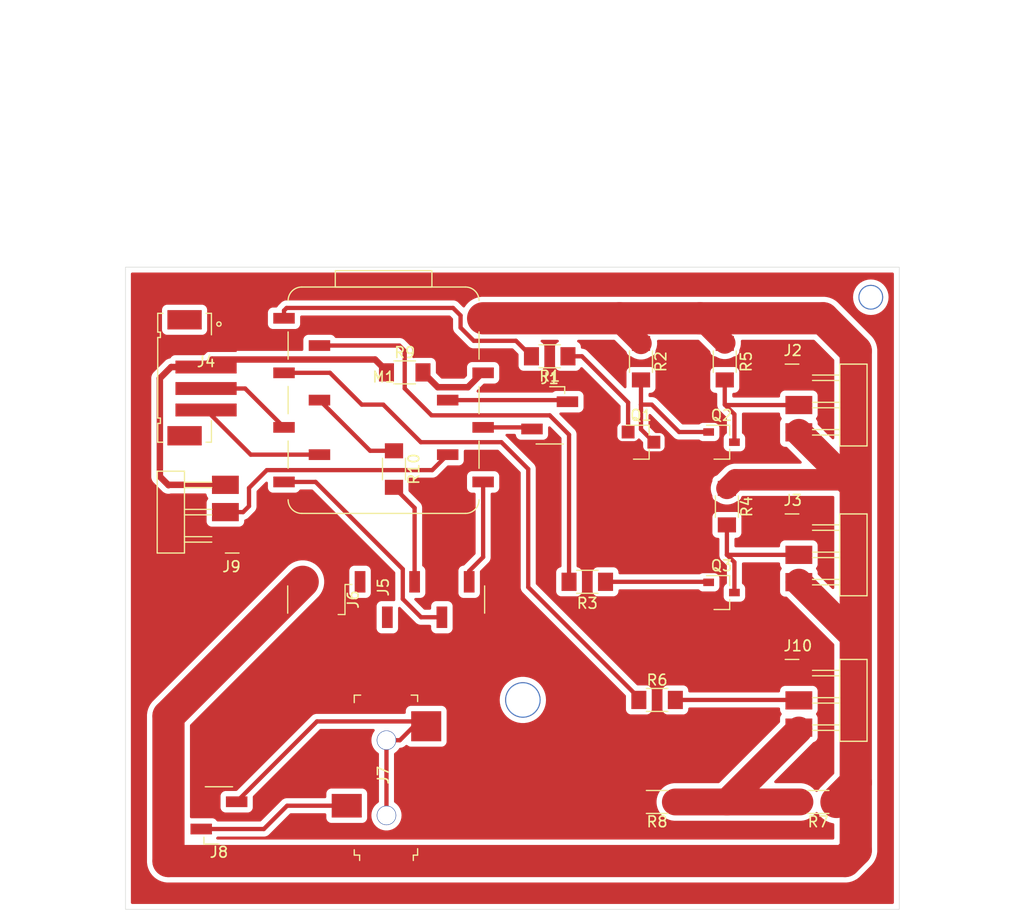
<source format=kicad_pcb>
(kicad_pcb (version 20240108) (generator "pcbnew") (generator_version "8.0")
  (layers (0 "F.Cu" signal) (31 "B.Cu" signal) (34 "B.Paste" user) (35 "F.Paste" user) (36 "B.SilkS" user "B.Silkscreen") (37 "F.SilkS" user "F.Silkscreen") (38 "B.Mask" user) (39 "F.Mask" user) (44 "Edge.Cuts" user))
  (net 0 "")
  (net 1 "PWR_5V")
  (net 2 "D10")
  (net 3 "D9")
  (net 4 "PWR_GND")
  (net 5 "LED_DIN1")
  (net 6 "LED_DIN2")
  (net 7 "SDA")
  (net 8 "SCL")
  (net 9 "PWR_3V3")
  (net 12 "BCLK")
  (net 13 "LRC")
  (net 14 "AMP_DIN")
  (net 15 "TIP")
  (net 16 "RING")
  (net 17 "Net-(J10-Pin_3)")
  (net 18 "Net-(J10-Pin_2)")
  (net 19 "LED_DIN4")
  (net 20 "LED3")
  (net 21 "LED2")
  (net 22 "LED1")
  (net 23 "Net-(Q1-G)")
  (net 24 "Net-(Q1-D)")
  (net 25 "Net-(Q3-G)")
  (footprint "fab:MountingHole_M3" (layer "F.Cu") (at 76 78)
    (property "Reference" "H3" (hide yes))
    (property "Value" "MountingHole_M3" (hide yes))
    (pad "" thru_hole circle (at 0 0) (size 3.3 3.3) (drill 3.1) (layers "*.Cu" "*.Mask"))
  )
  (footprint "fab:R_1206" (layer "F.Cu") (at 65 47.5)
    (property "Reference" "R9" (at 0 -1.85 0) (layer "F.SilkS"))
    (property "Value" "R_1206_0")
    (fp_line (start -1 -1.07) (end 1 -1.07) (stroke (width 0.12)) (layer "F.SilkS"))
    (fp_line (start 1 1.07) (end -1 1.07) (stroke (width 0.12)) (layer "F.SilkS"))
    (pad "1" smd rect (at -1.7 0) (size 1.4 1.7) (layers "F.Cu" "F.Paste" "F.Mask") (net 9 "PWR_3V3"))
    (pad "2" smd rect (at 1.7 0) (size 1.4 1.7) (layers "F.Cu" "F.Paste" "F.Mask") (net 9 "PWR_3V3"))
  )
  (footprint "fab:R_1206" (layer "F.Cu") (at 103.5 87.5 180)
    (property "Reference" "R7" (at 0 -1.85 180) (layer "F.SilkS"))
    (property "Value" "R_1206_500")
    (fp_line (start 1 1.07) (end -1 1.07) (stroke (width 0.12)) (layer "F.SilkS"))
    (fp_line (start -1 -1.07) (end 1 -1.07) (stroke (width 0.12)) (layer "F.SilkS"))
    (pad "1" smd rect (at -1.7 0 180) (size 1.4 1.7) (layers "F.Cu" "F.Paste" "F.Mask") (net 1 "PWR_5V"))
    (pad "2" smd rect (at 1.7 0 180) (size 1.4 1.7) (layers "F.Cu" "F.Paste" "F.Mask") (net 17 "Net-(J10-Pin_3)"))
  )
  (footprint "fab:PinSocket_1x02_P2.54mm_Vertical_SMD" (layer "F.Cu") (at 47.7 88.75 180)
    (property "Reference" "J8" (at 0 -3.429 180) (layer "F.SilkS"))
    (property "Value" "Conn_PinSocket_1x02_P2.54mm_Vertical_SMD")
    (fp_line (start 1.397 -2.032) (end 1.397 -2.667) (stroke (width 0.12)) (layer "F.SilkS"))
    (fp_line (start 1.397 -2.667) (end 0 -2.667) (stroke (width 0.12)) (layer "F.SilkS"))
    (fp_line (start -1.27 2.667) (end 1.27 2.667) (stroke (width 0.12)) (layer "F.SilkS"))
    (pad "1" smd rect (at 1.65 -1.27 180) (size 2 1) (layers "F.Cu" "F.Paste" "F.Mask") (net 16 "RING"))
    (pad "2" smd rect (at -1.65 1.27 180) (size 2 1) (layers "F.Cu" "F.Paste" "F.Mask") (net 15 "TIP"))
  )
  (footprint "fab:SOT-23-3" (layer "F.Cu") (at 94.5 68)
    (property "Reference" "Q3" (at 0 -2.5 0) (layer "F.SilkS"))
    (property "Value" "Transistor_MOSFET_NCh_SOT23")
    (fp_line (start 0.76 -1.58) (end -1.4 -1.58) (stroke (width 0.12)) (layer "F.SilkS"))
    (fp_line (start 0.76 -1.58) (end 0.76 -0.65) (stroke (width 0.12)) (layer "F.SilkS"))
    (fp_line (start 0.76 1.58) (end -0.7 1.58) (stroke (width 0.12)) (layer "F.SilkS"))
    (fp_line (start 0.76 1.58) (end 0.76 0.65) (stroke (width 0.12)) (layer "F.SilkS"))
    (pad "1" smd rect (at -1.2 -0.95) (size 1 0.7) (layers "F.Cu" "F.Paste" "F.Mask") (net 25 "Net-(Q3-G)"))
    (pad "2" smd rect (at -1.2 0.95) (size 1 0.7) (layers "F.Cu" "F.Paste" "F.Mask") (net 4 "PWR_GND"))
    (pad "3" smd rect (at 1.2 0) (size 1 0.7) (layers "F.Cu" "F.Paste" "F.Mask") (net 6 "LED_DIN2"))
  )
  (footprint "fab:PinHeader_1x03_P2.54mm_Horizontal_SMD" (layer "F.Cu") (at 101.7 61.95)
    (property "Reference" "J3" (at -1.524 -2.54 180) (layer "F.SilkS") (effects (justify left)))
    (property "Value" "Conn_PinHeader_1x03_P2.54mm_Horizontal_SMD")
    (fp_line (start -1.27 -1.27) (end 0 -1.27) (stroke (width 0.12)) (layer "F.SilkS"))
    (fp_line (start 3.81 -1.27) (end 6.35 -1.27) (stroke (width 0.12)) (layer "F.SilkS"))
    (fp_line (start 3.81 -0.254) (end 1.27 -0.254) (stroke (width 0.12)) (layer "F.SilkS"))
    (fp_line (start 3.81 0.254) (end 1.27 0.254) (stroke (width 0.12)) (layer "F.SilkS"))
    (fp_line (start 3.81 2.286) (end 1.27 2.286) (stroke (width 0.12)) (layer "F.SilkS"))
    (fp_line (start 3.81 2.794) (end 1.27 2.794) (stroke (width 0.12)) (layer "F.SilkS"))
    (fp_line (start 3.81 4.826) (end 1.27 4.826) (stroke (width 0.12)) (layer "F.SilkS"))
    (fp_line (start 3.81 5.334) (end 1.27 5.334) (stroke (width 0.12)) (layer "F.SilkS"))
    (fp_line (start 3.81 6.35) (end 3.81 -1.27) (stroke (width 0.12)) (layer "F.SilkS"))
    (fp_line (start 6.35 -1.27) (end 6.35 6.35) (stroke (width 0.12)) (layer "F.SilkS"))
    (fp_line (start 6.35 6.35) (end 3.81 6.35) (stroke (width 0.12)) (layer "F.SilkS"))
    (pad "1" smd rect (at 0 0) (size 2.5 1.7) (layers "F.Cu" "F.Paste" "F.Mask") (net 4 "PWR_GND"))
    (pad "2" smd rect (at 0 2.54) (size 2.5 1.7) (layers "F.Cu" "F.Paste" "F.Mask") (net 6 "LED_DIN2"))
    (pad "3" smd rect (at 0 5.08) (size 2.5 1.7) (layers "F.Cu" "F.Paste" "F.Mask") (net 1 "PWR_5V"))
  )
  (footprint "fab:SeeedStudio_XIAO_SocketSMD" (layer "F.Cu") (at 63.03 50.08)
    (property "Reference" "M1" (at 0.0025 -2.149 0) (layer "F.SilkS"))
    (property "Value" "Module_XIAO-ESP32C3_SocketSMD")
    (fp_line (start -8.89 -6.35) (end -8.89 -3.81) (stroke (width 0.12)) (layer "F.SilkS"))
    (fp_line (start -8.89 -1.27) (end -8.89 1.27) (stroke (width 0.12)) (layer "F.SilkS"))
    (fp_line (start -8.89 3.81) (end -8.89 6.35) (stroke (width 0.12)) (layer "F.SilkS"))
    (fp_line (start -7.6175 -10.531) (end 7.6225 -10.531) (stroke (width 0.12)) (layer "F.SilkS"))
    (fp_line (start 7.6225 10.551) (end -7.6175 10.551) (stroke (width 0.12)) (layer "F.SilkS"))
    (fp_line (start 8.89 -6.35) (end 8.89 -3.81) (stroke (width 0.12)) (layer "F.SilkS"))
    (fp_line (start 8.89 -1.27) (end 8.89 1.27) (stroke (width 0.12)) (layer "F.SilkS"))
    (fp_line (start 8.89 3.81) (end 8.89 6.35) (stroke (width 0.12)) (layer "F.SilkS"))
    (fp_rect (start -4.4975 -10.531) (end 4.5025 -12.055) (stroke (width 0.12)) (fill none) (layer "F.SilkS"))
    (fp_arc (start -8.8875 -9.261) (mid -8.515526 -10.159026) (end -7.6175 -10.531) (stroke (width 0.12)) (layer "F.SilkS"))
    (fp_arc (start -7.6175 10.551) (mid -8.515526 10.179026) (end -8.8875 9.281) (stroke (width 0.12)) (layer "F.SilkS"))
    (fp_arc (start 7.6225 -10.531) (mid 8.520526 -10.159026) (end 8.8925 -9.261) (stroke (width 0.12)) (layer "F.SilkS"))
    (fp_arc (start 8.8925 9.281) (mid 8.520526 10.179026) (end 7.6225 10.551) (stroke (width 0.12)) (layer "F.SilkS"))
    (pad "1" smd rect (at -9.27 -7.62) (size 2 1) (layers "F.Cu" "F.Paste" "F.Mask") (net 22 "LED1"))
    (pad "2" smd rect (at -5.97 -5.08) (size 2 1) (layers "F.Cu" "F.Paste" "F.Mask") (net 21 "LED2"))
    (pad "3" smd rect (at -9.27 -2.54) (size 2 1) (layers "F.Cu" "F.Paste" "F.Mask") (net 20 "LED3"))
    (pad "4" smd rect (at -5.97 0) (size 2 1) (layers "F.Cu" "F.Paste" "F.Mask") (net 14 "AMP_DIN"))
    (pad "5" smd rect (at -9.27 2.54) (size 2 1) (layers "F.Cu" "F.Paste" "F.Mask") (net 7 "SDA"))
    (pad "6" smd rect (at -5.97 5.08) (size 2 1) (layers "F.Cu" "F.Paste" "F.Mask") (net 8 "SCL"))
    (pad "7" smd rect (at -9.27 7.62) (size 2 1) (layers "F.Cu" "F.Paste" "F.Mask") (net 12 "BCLK"))
    (pad "8" smd rect (at 9.27 7.62) (size 2 1) (layers "F.Cu" "F.Paste" "F.Mask") (net 13 "LRC"))
    (pad "9" smd rect (at 5.97 5.08) (size 2 1) (layers "F.Cu" "F.Paste" "F.Mask") (net 19 "LED_DIN4"))
    (pad "10" smd rect (at 9.27 2.54) (size 2 1) (layers "F.Cu" "F.Paste" "F.Mask") (net 3 "D9"))
    (pad "11" smd rect (at 5.97 0) (size 2 1) (layers "F.Cu" "F.Paste" "F.Mask") (net 2 "D10"))
    (pad "12" smd rect (at 9.27 -2.54) (size 2 1) (layers "F.Cu" "F.Paste" "F.Mask") (net 9 "PWR_3V3"))
    (pad "13" smd rect (at 5.97 -5.08) (size 2 1) (layers "F.Cu" "F.Paste" "F.Mask") (net 4 "PWR_GND"))
    (pad "14" smd rect (at 9.27 -7.62) (size 2 1) (layers "F.Cu" "F.Paste" "F.Mask") (net 1 "PWR_5V"))
  )
  (footprint "fab:R_1206" (layer "F.Cu") (at 95 60 -90)
    (property "Reference" "R4" (at 0 -1.85 90) (layer "F.SilkS"))
    (property "Value" "R_1206_2200")
    (fp_line (start 1 1.07) (end -1 1.07) (stroke (width 0.12)) (layer "F.SilkS"))
    (fp_line (start -1 -1.07) (end 1 -1.07) (stroke (width 0.12)) (layer "F.SilkS"))
    (pad "1" smd rect (at -1.7 0 270) (size 1.4 1.7) (layers "F.Cu" "F.Paste" "F.Mask") (net 1 "PWR_5V"))
    (pad "2" smd rect (at 1.7 0 270) (size 1.4 1.7) (layers "F.Cu" "F.Paste" "F.Mask") (net 6 "LED_DIN2"))
  )
  (footprint "fab:PinSocket_1x05_P2.54mm_Vertical_SMD" (layer "F.Cu") (at 65.92 68.65 90)
    (property "Reference" "J5" (at 1.15 -2.92 270) (layer "F.SilkS"))
    (property "Value" "Conn_PinSocket_1x05_P2.54mm_Vertical_SMD")
    (fp_line (start 1.397 -6.477) (end 0 -6.477) (stroke (width 0.12)) (layer "F.SilkS"))
    (fp_line (start 1.397 -5.842) (end 1.397 -6.477) (stroke (width 0.12)) (layer "F.SilkS"))
    (fp_line (start -1.27 6.52) (end 1.27 6.52) (stroke (width 0.12)) (layer "F.SilkS"))
    (pad "1" smd rect (at 1.65 -5.08 90) (size 2 1) (layers "F.Cu" "F.Paste" "F.Mask"))
    (pad "2" smd rect (at -1.65 -2.54 90) (size 2 1) (layers "F.Cu" "F.Paste" "F.Mask"))
    (pad "3" smd rect (at 1.65 0 90) (size 2 1) (layers "F.Cu" "F.Paste" "F.Mask") (net 14 "AMP_DIN"))
    (pad "4" smd rect (at -1.65 2.54 90) (size 2 1) (layers "F.Cu" "F.Paste" "F.Mask") (net 12 "BCLK"))
    (pad "5" smd rect (at 1.65 5.08 90) (size 2 1) (layers "F.Cu" "F.Paste" "F.Mask") (net 13 "LRC"))
  )
  (footprint "fab:R_1206" (layer "F.Cu") (at 64 56.5 -90)
    (property "Reference" "R10" (at 0 -1.85 90) (layer "F.SilkS"))
    (property "Value" "R_1206_0")
    (fp_line (start 1 1.07) (end -1 1.07) (stroke (width 0.12)) (layer "F.SilkS"))
    (fp_line (start -1 -1.07) (end 1 -1.07) (stroke (width 0.12)) (layer "F.SilkS"))
    (pad "1" smd rect (at -1.7 0 270) (size 1.4 1.7) (layers "F.Cu" "F.Paste" "F.Mask") (net 14 "AMP_DIN"))
    (pad "2" smd rect (at 1.7 0 270) (size 1.4 1.7) (layers "F.Cu" "F.Paste" "F.Mask") (net 14 "AMP_DIN"))
  )
  (footprint "fab:SOT-23-3" (layer "F.Cu") (at 87 54)
    (property "Reference" "Q1" (at 0 -2.5 0) (layer "F.SilkS"))
    (property "Value" "Transistor_MOSFET_NCh_SOT23")
    (fp_line (start 0.76 -1.58) (end -1.4 -1.58) (stroke (width 0.12)) (layer "F.SilkS"))
    (fp_line (start 0.76 -1.58) (end 0.76 -0.65) (stroke (width 0.12)) (layer "F.SilkS"))
    (fp_line (start 0.76 1.58) (end -0.7 1.58) (stroke (width 0.12)) (layer "F.SilkS"))
    (fp_line (start 0.76 1.58) (end 0.76 0.65) (stroke (width 0.12)) (layer "F.SilkS"))
    (pad "1" smd rect (at -1.2 -0.95) (size 1.2 1.2) (layers "F.Cu" "F.Paste" "F.Mask") (net 23 "Net-(Q1-G)"))
    (pad "2" smd rect (at -1.2 0.95) (size 1 0.7) (layers "F.Cu" "F.Paste" "F.Mask") (net 4 "PWR_GND"))
    (pad "3" smd rect (at 1.2 0) (size 1.2 1.2) (layers "F.Cu" "F.Paste" "F.Mask") (net 24 "Net-(Q1-D)"))
  )
  (footprint "fab:R_1206" (layer "F.Cu") (at 78.5 46 180)
    (property "Reference" "R1" (at 0 -1.85 180) (layer "F.SilkS"))
    (property "Value" "R_1206_470")
    (fp_line (start 1 1.07) (end -1 1.07) (stroke (width 0.12)) (layer "F.SilkS"))
    (fp_line (start -1 -1.07) (end 1 -1.07) (stroke (width 0.12)) (layer "F.SilkS"))
    (pad "1" smd rect (at -1.7 0 180) (size 1.4 1.7) (layers "F.Cu" "F.Paste" "F.Mask") (net 23 "Net-(Q1-G)"))
    (pad "2" smd rect (at 1.7 0 180) (size 1.4 1.7) (layers "F.Cu" "F.Paste" "F.Mask") (net 22 "LED1"))
  )
  (footprint "fab:R_1206" (layer "F.Cu") (at 88.5 78)
    (property "Reference" "R6" (at 0 -1.85 0) (layer "F.SilkS"))
    (property "Value" "R_1206")
    (fp_line (start -1 -1.07) (end 1 -1.07) (stroke (width 0.12)) (layer "F.SilkS"))
    (fp_line (start 1 1.07) (end -1 1.07) (stroke (width 0.12)) (layer "F.SilkS"))
    (pad "1" smd rect (at -1.7 0) (size 1.4 1.7) (layers "F.Cu" "F.Paste" "F.Mask") (net 20 "LED3"))
    (pad "2" smd rect (at 1.7 0) (size 1.4 1.7) (layers "F.Cu" "F.Paste" "F.Mask") (net 18 "Net-(J10-Pin_2)"))
  )
  (footprint "fab:R_1206" (layer "F.Cu") (at 87 46.5 -90)
    (property "Reference" "R2" (at 0 -1.85 90) (layer "F.SilkS"))
    (property "Value" "R_1206_2200")
    (fp_line (start 1 1.07) (end -1 1.07) (stroke (width 0.12)) (layer "F.SilkS"))
    (fp_line (start -1 -1.07) (end 1 -1.07) (stroke (width 0.12)) (layer "F.SilkS"))
    (pad "1" smd rect (at -1.7 0 270) (size 1.4 1.7) (layers "F.Cu" "F.Paste" "F.Mask") (net 1 "PWR_5V"))
    (pad "2" smd rect (at 1.7 0 270) (size 1.4 1.7) (layers "F.Cu" "F.Paste" "F.Mask") (net 24 "Net-(Q1-D)"))
  )
  (footprint "fab:Header_JST_PH_1x04_P2mm_Vertical_SMD" (layer "F.Cu") (at 46.5 46)
    (property "Reference" "J4" (at 0 0.5 0) (layer "F.SilkS"))
    (property "Value" "Conn_Header_JST_PH_1x04_P2mm_Vertical_SMD")
    (fp_line (start -4.5 -4) (end -4.5 -2.25) (stroke (width 0.12)) (layer "F.SilkS"))
    (fp_line (start -4.5 -4) (end -4 -4) (stroke (width 0.12)) (layer "F.SilkS"))
    (fp_line (start -4.5 -2.25) (end -4.25 -2.25) (stroke (width 0.12)) (layer "F.SilkS"))
    (fp_line (start -4.5 -1.75) (end -4.5 5.75) (stroke (width 0.12)) (layer "F.SilkS"))
    (fp_line (start -4.5 5.75) (end -4.25 5.75) (stroke (width 0.12)) (layer "F.SilkS"))
    (fp_line (start -4.5 6.25) (end -4.5 8) (stroke (width 0.12)) (layer "F.SilkS"))
    (fp_line (start -4.5 8) (end -4 8) (stroke (width 0.12)) (layer "F.SilkS"))
    (fp_line (start -4.25 -2.25) (end -4.25 -1.75) (stroke (width 0.12)) (layer "F.SilkS"))
    (fp_line (start -4.25 -1.75) (end -4.5 -1.75) (stroke (width 0.12)) (layer "F.SilkS"))
    (fp_line (start -4.25 5.75) (end -4.25 6.25) (stroke (width 0.12)) (layer "F.SilkS"))
    (fp_line (start -4.25 6.25) (end -4.5 6.25) (stroke (width 0.12)) (layer "F.SilkS"))
    (fp_line (start 0.5 -4) (end 0 -4) (stroke (width 0.12)) (layer "F.SilkS"))
    (fp_line (start 0.5 -2) (end 0.5 -4) (stroke (width 0.12)) (layer "F.SilkS"))
    (fp_line (start 0.5 8) (end 0 8) (stroke (width 0.12)) (layer "F.SilkS"))
    (fp_line (start 0.5 8) (end 0.5 6) (stroke (width 0.12)) (layer "F.SilkS"))
    (fp_circle (center 1.2 -3) (end 1.4 -3) (stroke (width 0.12)) (fill none) (layer "F.SilkS"))
    (pad "" smd rect (at -2 -3.4) (size 3.2 1.8) (layers "F.Cu" "F.Paste" "F.Mask"))
    (pad "" smd rect (at -2 7.4) (size 3.2 1.8) (layers "F.Cu" "F.Paste" "F.Mask"))
    (pad "1" smd rect (at 0 -1) (size 5.7 1.2) (layers "F.Cu" "F.Paste" "F.Mask") (net 4 "PWR_GND"))
    (pad "2" smd rect (at 0 1) (size 5.7 1.2) (layers "F.Cu" "F.Paste" "F.Mask") (net 9 "PWR_3V3"))
    (pad "3" smd rect (at 0 3) (size 5.7 1.2) (layers "F.Cu" "F.Paste" "F.Mask") (net 7 "SDA"))
    (pad "4" smd rect (at 0 5) (size 5.7 1.2) (layers "F.Cu" "F.Paste" "F.Mask") (net 8 "SCL"))
  )
  (footprint "fab:PinSocket_1x02_P2.54mm_Vertical_SMD" (layer "F.Cu") (at 78.5 51.5)
    (property "Reference" "J1" (at 0 -3.429 180) (layer "F.SilkS"))
    (property "Value" "Conn_PinSocket_1x02_P2.54mm_Vertical_SMD")
    (fp_line (start -1.27 2.667) (end 1.27 2.667) (stroke (width 0.12)) (layer "F.SilkS"))
    (fp_line (start 1.397 -2.667) (end 0 -2.667) (stroke (width 0.12)) (layer "F.SilkS"))
    (fp_line (start 1.397 -2.032) (end 1.397 -2.667) (stroke (width 0.12)) (layer "F.SilkS"))
    (pad "1" smd rect (at 1.65 -1.27) (size 2 1) (layers "F.Cu" "F.Paste" "F.Mask") (net 2 "D10"))
    (pad "2" smd rect (at -1.65 1.27) (size 2 1) (layers "F.Cu" "F.Paste" "F.Mask") (net 3 "D9"))
  )
  (footprint "fab:R_1206" (layer "F.Cu") (at 88.5 87.5 180)
    (property "Reference" "R8" (at 0 -1.85 180) (layer "F.SilkS"))
    (property "Value" "R_1206_4500")
    (fp_line (start 1 1.07) (end -1 1.07) (stroke (width 0.12)) (layer "F.SilkS"))
    (fp_line (start -1 -1.07) (end 1 -1.07) (stroke (width 0.12)) (layer "F.SilkS"))
    (pad "1" smd rect (at -1.7 0 180) (size 1.4 1.7) (layers "F.Cu" "F.Paste" "F.Mask") (net 17 "Net-(J10-Pin_3)"))
    (pad "2" smd rect (at 1.7 0 180) (size 1.4 1.7) (layers "F.Cu" "F.Paste" "F.Mask") (net 4 "PWR_GND"))
  )
  (footprint "fab:Conn_Jack_Stereo_3.5mm_CUI_SJ-3523-SMT-TR" (layer "F.Cu") (at 63 85 90)
    (property "Reference" "J7" (at 0 0 90) (layer "F.SilkS"))
    (property "Value" "Conn_Jack_Stereo_3.5mm_SMD_RA")
    (fp_line (start 7.45 -2.7) (end 7.45 -2.1) (stroke (width 0.12)) (layer "F.SilkS"))
    (fp_line (start 6.75 -2.7) (end 7.45 -2.7) (stroke (width 0.12)) (layer "F.SilkS"))
    (fp_line (start -6.95 -2.7) (end -7.45 -2.7) (stroke (width 0.12)) (layer "F.SilkS"))
    (fp_line (start -7.45 -2.7) (end -7.45 -2.2) (stroke (width 0.12)) (layer "F.SilkS"))
    (fp_line (start -7.45 -2.2) (end -7.95 -2.2) (stroke (width 0.12)) (layer "F.SilkS"))
    (fp_line (start 7.45 2.6) (end 7.45 3.2) (stroke (width 0.12)) (layer "F.SilkS"))
    (fp_line (start -7.45 2.8) (end -7.95 2.8) (stroke (width 0.12)) (layer "F.SilkS"))
    (fp_line (start 7.45 3.2) (end 6.85 3.2) (stroke (width 0.12)) (layer "F.SilkS"))
    (fp_line (start -6.85 3.2) (end -7.45 3.2) (stroke (width 0.12)) (layer "F.SilkS"))
    (fp_line (start -7.45 3.2) (end -7.45 2.8) (stroke (width 0.12)) (layer "F.SilkS"))
    (pad "1" smd rect (at -4.85 4 90) (size 2.2 2.8) (layers "F.Cu" "F.Paste" "F.Mask") (net 4 "PWR_GND"))
    (pad "2" thru_hole circle (at -3.75 0.3 90) (size 1.8 1.8) (drill 1.7) (layers "*.Cu" "*.Mask") (net 15 "TIP"))
    (pad "2" thru_hole circle (at 3.25 0.3 90) (size 1.8 1.8) (drill 1.7) (layers "*.Cu" "*.Mask") (net 15 "TIP"))
    (pad "2" smd rect (at 4.55 4 90) (size 2.8 2.8) (layers "F.Cu" "F.Paste" "F.Mask") (net 15 "TIP"))
    (pad "3" smd rect (at -2.85 -3.4 90) (size 2.2 2.8) (layers "F.Cu" "F.Paste" "F.Mask") (net 16 "RING"))
  )
  (footprint "fab:R_1206" (layer "F.Cu") (at 82 67 180)
    (property "Reference" "R3" (at 0 -2 180) (layer "F.SilkS"))
    (property "Value" "R_1206_470")
    (fp_line (start 1 1.07) (end -1 1.07) (stroke (width 0.12)) (layer "F.SilkS"))
    (fp_line (start -1 -1.07) (end 1 -1.07) (stroke (width 0.12)) (layer "F.SilkS"))
    (pad "1" smd rect (at -1.7 0 180) (size 1.4 1.7) (layers "F.Cu" "F.Paste" "F.Mask") (net 25 "Net-(Q3-G)"))
    (pad "2" smd rect (at 1.7 0 180) (size 1.4 1.7) (layers "F.Cu" "F.Paste" "F.Mask") (net 21 "LED2"))
  )
  (footprint "fab:MountingHole_M2" (layer "F.Cu") (at 108.4 40.5)
    (property "Reference" "H1" (hide yes))
    (property "Value" "MountingHole_M2" (hide yes))
    (pad "" thru_hole circle (at 0 0) (size 2.3 2.3) (drill 2.1) (layers "*.Cu" "*.Mask"))
  )
  (footprint "fab:SOT-23-3" (layer "F.Cu") (at 94.5 54)
    (property "Reference" "Q2" (at 0 -2.5 0) (layer "F.SilkS"))
    (property "Value" "Transistor_MOSFET_NCh_SOT23")
    (fp_line (start 0.76 -1.58) (end -1.4 -1.58) (stroke (width 0.12)) (layer "F.SilkS"))
    (fp_line (start 0.76 -1.58) (end 0.76 -0.65) (stroke (width 0.12)) (layer "F.SilkS"))
    (fp_line (start 0.76 1.58) (end -0.7 1.58) (stroke (width 0.12)) (layer "F.SilkS"))
    (fp_line (start 0.76 1.58) (end 0.76 0.65) (stroke (width 0.12)) (layer "F.SilkS"))
    (pad "1" smd rect (at -1.2 -0.95) (size 1 0.7) (layers "F.Cu" "F.Paste" "F.Mask") (net 24 "Net-(Q1-D)"))
    (pad "2" smd rect (at -1.2 0.95) (size 1 0.7) (layers "F.Cu" "F.Paste" "F.Mask") (net 4 "PWR_GND"))
    (pad "3" smd rect (at 1.2 0) (size 1 0.7) (layers "F.Cu" "F.Paste" "F.Mask") (net 5 "LED_DIN1"))
  )
  (footprint "fab:R_1206" (layer "F.Cu") (at 94.8 46.5 -90)
    (property "Reference" "R5" (at 0 -2 90) (layer "F.SilkS"))
    (property "Value" "R_1206_2200")
    (fp_line (start 1 1.07) (end -1 1.07) (stroke (width 0.12)) (layer "F.SilkS"))
    (fp_line (start -1 -1.07) (end 1 -1.07) (stroke (width 0.12)) (layer "F.SilkS"))
    (pad "1" smd rect (at -1.7 0 270) (size 1.4 1.7) (layers "F.Cu" "F.Paste" "F.Mask") (net 1 "PWR_5V"))
    (pad "2" smd rect (at 1.7 0 270) (size 1.4 1.7) (layers "F.Cu" "F.Paste" "F.Mask") (net 5 "LED_DIN1"))
  )
  (footprint "fab:PinHeader_1x03_P2.54mm_Horizontal_SMD" (layer "F.Cu") (at 48.3 63.05 180)
    (property "Reference" "J9" (at -1.524 -2.54 180) (layer "F.SilkS") (effects (justify right)))
    (property "Value" "Conn_PinHeader_1x03_P2.54mm_Horizontal_SMD")
    (fp_line (start 6.35 6.35) (end 3.81 6.35) (stroke (width 0.12)) (layer "F.SilkS"))
    (fp_line (start 6.35 -1.27) (end 6.35 6.35) (stroke (width 0.12)) (layer "F.SilkS"))
    (fp_line (start 3.81 6.35) (end 3.81 -1.27) (stroke (width 0.12)) (layer "F.SilkS"))
    (fp_line (start 3.81 5.334) (end 1.27 5.334) (stroke (width 0.12)) (layer "F.SilkS"))
    (fp_line (start 3.81 4.826) (end 1.27 4.826) (stroke (width 0.12)) (layer "F.SilkS"))
    (fp_line (start 3.81 2.794) (end 1.27 2.794) (stroke (width 0.12)) (layer "F.SilkS"))
    (fp_line (start 3.81 2.286) (end 1.27 2.286) (stroke (width 0.12)) (layer "F.SilkS"))
    (fp_line (start 3.81 0.254) (end 1.27 0.254) (stroke (width 0.12)) (layer "F.SilkS"))
    (fp_line (start 3.81 -0.254) (end 1.27 -0.254) (stroke (width 0.12)) (layer "F.SilkS"))
    (fp_line (start 3.81 -1.27) (end 6.35 -1.27) (stroke (width 0.12)) (layer "F.SilkS"))
    (fp_line (start -1.27 -1.27) (end 0 -1.27) (stroke (width 0.12)) (layer "F.SilkS"))
    (pad "1" smd rect (at 0 0 180) (size 2.5 1.7) (layers "F.Cu" "F.Paste" "F.Mask") (net 4 "PWR_GND"))
    (pad "2" smd rect (at 0 2.54 180) (size 2.5 1.7) (layers "F.Cu" "F.Paste" "F.Mask") (net 19 "LED_DIN4"))
    (pad "3" smd rect (at 0 5.08 180) (size 2.5 1.7) (layers "F.Cu" "F.Paste" "F.Mask") (net 9 "PWR_3V3"))
  )
  (footprint "fab:PinHeader_1x03_P2.54mm_Horizontal_SMD" (layer "F.Cu") (at 101.7 48)
    (property "Reference" "J2" (at -1.524 -2.54 180) (layer "F.SilkS") (effects (justify left)))
    (property "Value" "Conn_PinHeader_1x03_P2.54mm_Horizontal_SMD")
    (fp_line (start -1.27 -1.27) (end 0 -1.27) (stroke (width 0.12)) (layer "F.SilkS"))
    (fp_line (start 3.81 -1.27) (end 6.35 -1.27) (stroke (width 0.12)) (layer "F.SilkS"))
    (fp_line (start 3.81 -0.254) (end 1.27 -0.254) (stroke (width 0.12)) (layer "F.SilkS"))
    (fp_line (start 3.81 0.254) (end 1.27 0.254) (stroke (width 0.12)) (layer "F.SilkS"))
    (fp_line (start 3.81 2.286) (end 1.27 2.286) (stroke (width 0.12)) (layer "F.SilkS"))
    (fp_line (start 3.81 2.794) (end 1.27 2.794) (stroke (width 0.12)) (layer "F.SilkS"))
    (fp_line (start 3.81 4.826) (end 1.27 4.826) (stroke (width 0.12)) (layer "F.SilkS"))
    (fp_line (start 3.81 5.334) (end 1.27 5.334) (stroke (width 0.12)) (layer "F.SilkS"))
    (fp_line (start 3.81 6.35) (end 3.81 -1.27) (stroke (width 0.12)) (layer "F.SilkS"))
    (fp_line (start 6.35 -1.27) (end 6.35 6.35) (stroke (width 0.12)) (layer "F.SilkS"))
    (fp_line (start 6.35 6.35) (end 3.81 6.35) (stroke (width 0.12)) (layer "F.SilkS"))
    (pad "1" smd rect (at 0 0) (size 2.5 1.7) (layers "F.Cu" "F.Paste" "F.Mask") (net 4 "PWR_GND"))
    (pad "2" smd rect (at 0 2.54) (size 2.5 1.7) (layers "F.Cu" "F.Paste" "F.Mask") (net 5 "LED_DIN1"))
    (pad "3" smd rect (at 0 5.08) (size 2.5 1.7) (layers "F.Cu" "F.Paste" "F.Mask") (net 1 "PWR_5V"))
  )
  (footprint "fab:PinHeader_1x03_P2.54mm_Horizontal_SMD" (layer "F.Cu") (at 101.7 75.5)
    (property "Reference" "J10" (at -1.524 -2.54 180) (layer "F.SilkS") (effects (justify left)))
    (property "Value" "Conn_PinHeader_1x03_P2.54mm_Horizontal_SMD")
    (fp_line (start -1.27 -1.27) (end 0 -1.27) (stroke (width 0.12)) (layer "F.SilkS"))
    (fp_line (start 3.81 -1.27) (end 6.35 -1.27) (stroke (width 0.12)) (layer "F.SilkS"))
    (fp_line (start 3.81 -0.254) (end 1.27 -0.254) (stroke (width 0.12)) (layer "F.SilkS"))
    (fp_line (start 3.81 0.254) (end 1.27 0.254) (stroke (width 0.12)) (layer "F.SilkS"))
    (fp_line (start 3.81 2.286) (end 1.27 2.286) (stroke (width 0.12)) (layer "F.SilkS"))
    (fp_line (start 3.81 2.794) (end 1.27 2.794) (stroke (width 0.12)) (layer "F.SilkS"))
    (fp_line (start 3.81 4.826) (end 1.27 4.826) (stroke (width 0.12)) (layer "F.SilkS"))
    (fp_line (start 3.81 5.334) (end 1.27 5.334) (stroke (width 0.12)) (layer "F.SilkS"))
    (fp_line (start 3.81 6.35) (end 3.81 -1.27) (stroke (width 0.12)) (layer "F.SilkS"))
    (fp_line (start 6.35 -1.27) (end 6.35 6.35) (stroke (width 0.12)) (layer "F.SilkS"))
    (fp_line (start 6.35 6.35) (end 3.81 6.35) (stroke (width 0.12)) (layer "F.SilkS"))
    (pad "1" smd rect (at 0 0) (size 2.5 1.7) (layers "F.Cu" "F.Paste" "F.Mask") (net 4 "PWR_GND"))
    (pad "2" smd rect (at 0 2.54) (size 2.5 1.7) (layers "F.Cu" "F.Paste" "F.Mask") (net 18 "Net-(J10-Pin_2)"))
    (pad "3" smd rect (at 0 5.08) (size 2.5 1.7) (layers "F.Cu" "F.Paste" "F.Mask") (net 17 "Net-(J10-Pin_3)"))
  )
  (footprint "fab:PinSocket_1x02_P2.54mm_Vertical_SMD" (layer "F.Cu") (at 56.77 68.65 -90)
    (property "Reference" "J6" (at 0 -3.429 90) (layer "F.SilkS"))
    (property "Value" "Conn_PinSocket_1x02_P2.54mm_Vertical_SMD")
    (fp_line (start -1.27 2.667) (end 1.27 2.667) (stroke (width 0.12)) (layer "F.SilkS"))
    (fp_line (start 1.397 -2.032) (end 1.397 -2.667) (stroke (width 0.12)) (layer "F.SilkS"))
    (fp_line (start 1.397 -2.667) (end 0 -2.667) (stroke (width 0.12)) (layer "F.SilkS"))
    (pad "1" smd rect (at 1.65 -1.27 270) (size 2 1) (layers "F.Cu" "F.Paste" "F.Mask") (net 4 "PWR_GND"))
    (pad "2" smd rect (at -1.65 1.27 270) (size 2 1) (layers "F.Cu" "F.Paste" "F.Mask") (net 1 "PWR_5V"))
  )
  (gr_rect (start 39 37.7) (end 111.05 97.5) (stroke (width 0.05)) (fill none) (layer "Edge.Cuts"))
  (segment (start 107 85.7) (end 105.2 87.5) (width 3) (layer "F.Cu") (net 1))
  (segment (start 101.7 53.08) (end 107 58.38) (width 2.5) (layer "F.Cu") (net 1))
  (segment (start 72.3 42.46) (end 85 42.46) (width 3) (layer "F.Cu") (net 1))
  (segment (start 107 45.5) (end 107 85.7) (width 3) (layer "F.Cu") (net 1))
  (segment (start 106.12 57.5) (end 106.92 58.3) (width 2) (layer "F.Cu") (net 1))
  (segment (start 103.96 42.46) (end 107 45.5) (width 3) (layer "F.Cu") (net 1))
  (segment (start 106 93) (end 43 93) (width 3) (layer "F.Cu") (net 1))
  (segment (start 95.8 57.5) (end 106.12 57.5) (width 2) (layer "F.Cu") (net 1))
  (segment (start 85 42.46) (end 92.5 42.46) (width 3) (layer "F.Cu") (net 1))
  (segment (start 92.5 42.46) (end 103.96 42.46) (width 3) (layer "F.Cu") (net 1))
  (segment (start 85 42.8) (end 85 42.46) (width 0.4) (layer "F.Cu") (net 1))
  (segment (start 43 79.5) (end 55.5 67) (width 3) (layer "F.Cu") (net 1))
  (segment (start 95 58.3) (end 95.8 57.5) (width 2) (layer "F.Cu") (net 1))
  (segment (start 43 93) (end 43 79.5) (width 3) (layer "F.Cu") (net 1))
  (segment (start 107 92) (end 106 93) (width 3) (layer "F.Cu") (net 1))
  (segment (start 87 44.8) (end 85 42.8) (width 2) (layer "F.Cu") (net 1))
  (segment (start 101.7 67.03) (end 107 72.33) (width 2.5) (layer "F.Cu") (net 1))
  (segment (start 94.8 44.8) (end 94.8 44.76) (width 0.4) (layer "F.Cu") (net 1))
  (segment (start 94.8 44.76) (end 92.5 42.46) (width 2) (layer "F.Cu") (net 1))
  (segment (start 106.92 58.3) (end 107 58.38) (width 0.4) (layer "F.Cu") (net 1))
  (segment (start 107 85.7) (end 107 92) (width 3) (layer "F.Cu") (net 1))
  (segment (start 69 50.08) (end 80 50.08) (width 0.4) (layer "F.Cu") (net 2))
  (segment (start 80 50.08) (end 80.15 50.23) (width 0.4) (layer "F.Cu") (net 2))
  (segment (start 76.7 52.62) (end 76.85 52.77) (width 0.4) (layer "F.Cu") (net 3))
  (segment (start 72.3 52.62) (end 76.7 52.62) (width 0.4) (layer "F.Cu") (net 3))
  (segment (start 94.84 50.54) (end 95.7 51.4) (width 0.4) (layer "F.Cu") (net 5))
  (segment (start 101.7 50.54) (end 94.84 50.54) (width 0.4) (layer "F.Cu") (net 5))
  (segment (start 94.8 50.5) (end 94.84 50.54) (width 0.4) (layer "F.Cu") (net 5))
  (segment (start 94.8 48.2) (end 94.8 50.5) (width 0.4) (layer "F.Cu") (net 5))
  (segment (start 95.7 51.4) (end 95.7 54) (width 0.4) (layer "F.Cu") (net 5))
  (segment (start 101.7 64.49) (end 95.01 64.49) (width 0.4) (layer "F.Cu") (net 6))
  (segment (start 95.01 64.49) (end 95.7 65.18) (width 0.4) (layer "F.Cu") (net 6))
  (segment (start 95.7 65.18) (end 95.7 68) (width 0.4) (layer "F.Cu") (net 6))
  (segment (start 95.01 64.49) (end 95 64.5) (width 0.4) (layer "F.Cu") (net 6))
  (segment (start 95 64.5) (end 95 61.7) (width 0.4) (layer "F.Cu") (net 6))
  (segment (start 46.5 49) (end 50.14 49) (width 0.4) (layer "F.Cu") (net 7))
  (segment (start 50.14 49) (end 53.76 52.62) (width 0.4) (layer "F.Cu") (net 7))
  (segment (start 50.66 55.16) (end 57.06 55.16) (width 0.4) (layer "F.Cu") (net 8))
  (segment (start 46.5 51) (end 50.66 55.16) (width 0.4) (layer "F.Cu") (net 8))
  (segment (start 42.2 57.2) (end 43 58) (width 0.6) (layer "F.Cu") (net 9))
  (segment (start 43 58) (end 43.03 57.97) (width 0.6) (layer "F.Cu") (net 9))
  (segment (start 72.26 47.5) (end 72.3 47.54) (width 0.4) (layer "F.Cu") (net 9))
  (segment (start 62.24 46.3) (end 47.06 46.3) (width 0.6) (layer "F.Cu") (net 9))
  (segment (start 68.08 48.88) (end 70.88 48.88) (width 0.6) (layer "F.Cu") (net 9))
  (segment (start 66.7 47.5) (end 68.08 48.88) (width 0.6) (layer "F.Cu") (net 9))
  (segment (start 43.25 47) (end 42.2 48.05) (width 0.6) (layer "F.Cu") (net 9))
  (segment (start 63.3 47.36) (end 62.24 46.3) (width 0.6) (layer "F.Cu") (net 9))
  (segment (start 70.88 48.88) (end 72.26 47.5) (width 0.6) (layer "F.Cu") (net 9))
  (segment (start 46.5 47) (end 43.25 47) (width 0.6) (layer "F.Cu") (net 9))
  (segment (start 43.03 57.97) (end 48.3 57.97) (width 0.6) (layer "F.Cu") (net 9))
  (segment (start 47.06 46.3) (end 46.5 46.86) (width 0.6) (layer "F.Cu") (net 9))
  (segment (start 42.2 48.05) (end 42.2 57.2) (width 0.6) (layer "F.Cu") (net 9))
  (segment (start 64.82 68.6) (end 64.82 65.82) (width 0.4) (layer "F.Cu") (net 12))
  (segment (start 64.82 65.82) (end 56.7 57.7) (width 0.4) (layer "F.Cu") (net 12))
  (segment (start 68.46 70.3) (end 66.52 70.3) (width 0.4) (layer "F.Cu") (net 12))
  (segment (start 56.7 57.7) (end 53.76 57.7) (width 0.4) (layer "F.Cu") (net 12))
  (segment (start 66.52 70.3) (end 64.82 68.6) (width 0.4) (layer "F.Cu") (net 12))
  (segment (start 71 67) (end 71 66) (width 0.4) (layer "F.Cu") (net 13))
  (segment (start 72.3 64.7) (end 72.3 57.7) (width 0.4) (layer "F.Cu") (net 13))
  (segment (start 71 66) (end 72.3 64.7) (width 0.4) (layer "F.Cu") (net 13))
  (segment (start 64 58.2) (end 65.92 60.12) (width 0.4) (layer "F.Cu") (net 14))
  (segment (start 64 54.8) (end 61.78 54.8) (width 0.4) (layer "F.Cu") (net 14))
  (segment (start 61.78 54.8) (end 57.06 50.08) (width 0.4) (layer "F.Cu") (net 14))
  (segment (start 65.92 60.12) (end 65.92 67) (width 0.4) (layer "F.Cu") (net 14))
  (segment (start 65.85 80.45) (end 64.55 81.75) (width 0.4) (layer "F.Cu") (net 15))
  (segment (start 63.3 81.75) (end 63.3 88.75) (width 0.4) (layer "F.Cu") (net 15))
  (segment (start 56.83 80) (end 66.55 80) (width 0.4) (layer "F.Cu") (net 15))
  (segment (start 66.55 80) (end 67 80.45) (width 0.4) (layer "F.Cu") (net 15))
  (segment (start 49.35 87.48) (end 56.83 80) (width 0.4) (layer "F.Cu") (net 15))
  (segment (start 64.55 81.75) (end 63.3 81.75) (width 0.4) (layer "F.Cu") (net 15))
  (segment (start 67 80.45) (end 65.85 80.45) (width 0.4) (layer "F.Cu") (net 15))
  (segment (start 46.05 90.02) (end 51.88 90.02) (width 0.4) (layer "F.Cu") (net 16))
  (segment (start 51.88 90.02) (end 54.05 87.85) (width 0.4) (layer "F.Cu") (net 16))
  (segment (start 54.05 87.85) (end 59.6 87.85) (width 0.4) (layer "F.Cu") (net 16))
  (segment (start 95 87.5) (end 101.8 87.5) (width 2.5) (layer "F.Cu") (net 17))
  (segment (start 101.7 80.58) (end 101.7 80.8) (width 0.4) (layer "F.Cu") (net 17))
  (segment (start 101.7 80.8) (end 95 87.5) (width 2.5) (layer "F.Cu") (net 17))
  (segment (start 95 87.5) (end 90.2 87.5) (width 2.5) (layer "F.Cu") (net 17))
  (segment (start 90.2 78) (end 101.66 78) (width 0.4) (layer "F.Cu") (net 18))
  (segment (start 101.66 78) (end 101.7 78.04) (width 0.4) (layer "F.Cu") (net 18))
  (segment (start 49.95 60.51) (end 48.3 60.51) (width 0.4) (layer "F.Cu") (net 19))
  (segment (start 67.56 56.6) (end 52.16 56.6) (width 0.4) (layer "F.Cu") (net 19))
  (segment (start 50.5 59.96) (end 49.95 60.51) (width 0.4) (layer "F.Cu") (net 19))
  (segment (start 50.5 58.26) (end 50.5 59.96) (width 0.4) (layer "F.Cu") (net 19))
  (segment (start 69 55.16) (end 67.56 56.6) (width 0.4) (layer "F.Cu") (net 19))
  (segment (start 52.16 56.6) (end 50.5 58.26) (width 0.4) (layer "F.Cu") (net 19))
  (segment (start 53.76 47.54) (end 58.04 47.54) (width 0.4) (layer "F.Cu") (net 20))
  (segment (start 61 50.5) (end 63 50.5) (width 0.4) (layer "F.Cu") (net 20))
  (segment (start 86.8 77.8) (end 86.8 78) (width 0.4) (layer "F.Cu") (net 20))
  (segment (start 76.5 56.5) (end 76.5 67.5) (width 0.4) (layer "F.Cu") (net 20))
  (segment (start 74 54) (end 76.5 56.5) (width 0.4) (layer "F.Cu") (net 20))
  (segment (start 66.5 54) (end 74 54) (width 0.4) (layer "F.Cu") (net 20))
  (segment (start 63 50.5) (end 66.5 54) (width 0.4) (layer "F.Cu") (net 20))
  (segment (start 76.5 67.5) (end 86.8 77.8) (width 0.4) (layer "F.Cu") (net 20))
  (segment (start 58.04 47.54) (end 61 50.5) (width 0.4) (layer "F.Cu") (net 20))
  (segment (start 64.5 45) (end 65 45.5) (width 0.4) (layer "F.Cu") (net 21))
  (segment (start 80.3 53.3) (end 80.3 67) (width 0.4) (layer "F.Cu") (net 21))
  (segment (start 65 45.5) (end 65 49) (width 0.4) (layer "F.Cu") (net 21))
  (segment (start 78.5 51.5) (end 80.3 53.3) (width 0.4) (layer "F.Cu") (net 21))
  (segment (start 67.5 51.5) (end 78.5 51.5) (width 0.4) (layer "F.Cu") (net 21))
  (segment (start 57.06 45) (end 64.5 45) (width 0.4) (layer "F.Cu") (net 21))
  (segment (start 65 49) (end 67.5 51.5) (width 0.4) (layer "F.Cu") (net 21))
  (segment (start 54 41.5) (end 53.76 41.74) (width 0.4) (layer "F.Cu") (net 22))
  (segment (start 70.2 43.329848) (end 70.2 42.2) (width 0.4) (layer "F.Cu") (net 22))
  (segment (start 69.5 41.5) (end 54 41.5) (width 0.4) (layer "F.Cu") (net 22))
  (segment (start 75.36 44.56) (end 71.430152 44.56) (width 0.4) (layer "F.Cu") (net 22))
  (segment (start 76.8 46) (end 75.36 44.56) (width 0.4) (layer "F.Cu") (net 22))
  (segment (start 70.2 42.2) (end 69.5 41.5) (width 0.4) (layer "F.Cu") (net 22))
  (segment (start 53.76 41.74) (end 53.76 42.46) (width 0.4) (layer "F.Cu") (net 22))
  (segment (start 71.430152 44.56) (end 70.2 43.329848) (width 0.4) (layer "F.Cu") (net 22))
  (segment (start 81.5 46) (end 85.8 50.3) (width 0.4) (layer "F.Cu") (net 23))
  (segment (start 80.2 46) (end 81.5 46) (width 0.4) (layer "F.Cu") (net 23))
  (segment (start 85.8 50.3) (end 85.8 53.05) (width 0.4) (layer "F.Cu") (net 23))
  (segment (start 90.55 53.05) (end 93.3 53.05) (width 0.4) (layer "F.Cu") (net 24))
  (segment (start 87 50.5) (end 87 51) (width 0.4) (layer "F.Cu") (net 24))
  (segment (start 88 50.5) (end 90.55 53.05) (width 0.4) (layer "F.Cu") (net 24))
  (segment (start 88 50.5) (end 87 50.5) (width 0.4) (layer "F.Cu") (net 24))
  (segment (start 87 51) (end 87 52.8) (width 0.4) (layer "F.Cu") (net 24))
  (segment (start 87 52.8) (end 88.2 54) (width 0.4) (layer "F.Cu") (net 24))
  (segment (start 87 48.2) (end 87 50.5) (width 0.4) (layer "F.Cu") (net 24))
  (segment (start 93.25 67) (end 93.3 67.05) (width 0.4) (layer "F.Cu") (net 25))
  (segment (start 83.7 67) (end 93.25 67) (width 0.4) (layer "F.Cu") (net 25))
  (zone (net 4) (net_name "PWR_GND") (layer "F.Cu") (connect_pads yes (clearance 0.5)) (min_thickness 0.25) (fill yes (thermal_gap 0.5) (thermal_bridge_width 0.5))
    (polygon (pts (xy 111.1 37.7) (xy 39.05 37.7) (xy 38.95 97.5) (xy 111 97.5)))
  )
)
</source>
